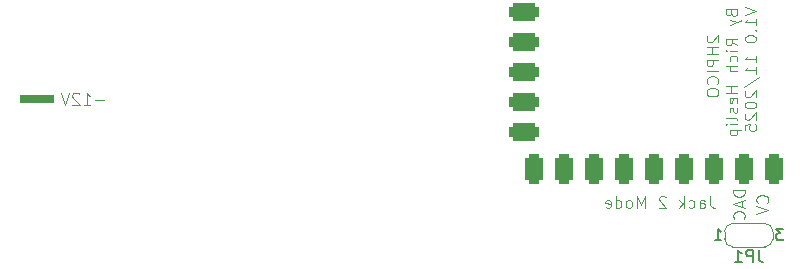
<source format=gbo>
%TF.GenerationSoftware,KiCad,Pcbnew,9.0.6*%
%TF.CreationDate,2025-12-01T20:52:41-05:00*%
%TF.ProjectId,Pico 2HP,5069636f-2032-4485-902e-6b696361645f,rev?*%
%TF.SameCoordinates,Original*%
%TF.FileFunction,Legend,Bot*%
%TF.FilePolarity,Positive*%
%FSLAX46Y46*%
G04 Gerber Fmt 4.6, Leading zero omitted, Abs format (unit mm)*
G04 Created by KiCad (PCBNEW 9.0.6) date 2025-12-01 20:52:41*
%MOMM*%
%LPD*%
G01*
G04 APERTURE LIST*
G04 Aperture macros list*
%AMRoundRect*
0 Rectangle with rounded corners*
0 $1 Rounding radius*
0 $2 $3 $4 $5 $6 $7 $8 $9 X,Y pos of 4 corners*
0 Add a 4 corners polygon primitive as box body*
4,1,4,$2,$3,$4,$5,$6,$7,$8,$9,$2,$3,0*
0 Add four circle primitives for the rounded corners*
1,1,$1+$1,$2,$3*
1,1,$1+$1,$4,$5*
1,1,$1+$1,$6,$7*
1,1,$1+$1,$8,$9*
0 Add four rect primitives between the rounded corners*
20,1,$1+$1,$2,$3,$4,$5,0*
20,1,$1+$1,$4,$5,$6,$7,0*
20,1,$1+$1,$6,$7,$8,$9,0*
20,1,$1+$1,$8,$9,$2,$3,0*%
%AMFreePoly0*
4,1,23,0.550000,-0.750000,0.000000,-0.750000,0.000000,-0.745722,-0.065263,-0.745722,-0.191342,-0.711940,-0.304381,-0.646677,-0.396677,-0.554381,-0.461940,-0.441342,-0.495722,-0.315263,-0.495722,-0.250000,-0.500000,-0.250000,-0.500000,0.250000,-0.495722,0.250000,-0.495722,0.315263,-0.461940,0.441342,-0.396677,0.554381,-0.304381,0.646677,-0.191342,0.711940,-0.065263,0.745722,0.000000,0.745722,
0.000000,0.750000,0.550000,0.750000,0.550000,-0.750000,0.550000,-0.750000,$1*%
%AMFreePoly1*
4,1,23,0.000000,0.745722,0.065263,0.745722,0.191342,0.711940,0.304381,0.646677,0.396677,0.554381,0.461940,0.441342,0.495722,0.315263,0.495722,0.250000,0.500000,0.250000,0.500000,-0.250000,0.495722,-0.250000,0.495722,-0.315263,0.461940,-0.441342,0.396677,-0.554381,0.304381,-0.646677,0.191342,-0.711940,0.065263,-0.745722,0.000000,-0.745722,0.000000,-0.750000,-0.550000,-0.750000,
-0.550000,0.750000,0.000000,0.750000,0.000000,0.745722,0.000000,0.745722,$1*%
G04 Aperture macros list end*
%ADD10C,0.100000*%
%ADD11C,0.150000*%
%ADD12C,0.120000*%
%ADD13R,1.700000X1.700000*%
%ADD14C,1.700000*%
%ADD15RoundRect,0.400000X-0.400000X0.900000X-0.400000X-0.900000X0.400000X-0.900000X0.400000X0.900000X0*%
%ADD16RoundRect,0.400050X-0.400050X0.899950X-0.400050X-0.899950X0.400050X-0.899950X0.400050X0.899950X0*%
%ADD17RoundRect,0.400000X-0.900000X0.400000X-0.900000X-0.400000X0.900000X-0.400000X0.900000X0.400000X0*%
%ADD18RoundRect,0.393700X-0.906300X0.393700X-0.906300X-0.393700X0.906300X-0.393700X0.906300X0.393700X0*%
%ADD19FreePoly0,0.000000*%
%ADD20R,1.000000X1.500000*%
%ADD21FreePoly1,0.000000*%
G04 APERTURE END LIST*
D10*
X79500000Y-64325000D02*
X82325000Y-64325000D01*
X82325000Y-64925000D01*
X79500000Y-64925000D01*
X79500000Y-64325000D01*
G36*
X79500000Y-64325000D02*
G01*
X82325000Y-64325000D01*
X82325000Y-64925000D01*
X79500000Y-64925000D01*
X79500000Y-64325000D01*
G37*
X142777180Y-73425312D02*
X142824800Y-73377693D01*
X142824800Y-73377693D02*
X142872419Y-73234836D01*
X142872419Y-73234836D02*
X142872419Y-73139598D01*
X142872419Y-73139598D02*
X142824800Y-72996741D01*
X142824800Y-72996741D02*
X142729561Y-72901503D01*
X142729561Y-72901503D02*
X142634323Y-72853884D01*
X142634323Y-72853884D02*
X142443847Y-72806265D01*
X142443847Y-72806265D02*
X142300990Y-72806265D01*
X142300990Y-72806265D02*
X142110514Y-72853884D01*
X142110514Y-72853884D02*
X142015276Y-72901503D01*
X142015276Y-72901503D02*
X141920038Y-72996741D01*
X141920038Y-72996741D02*
X141872419Y-73139598D01*
X141872419Y-73139598D02*
X141872419Y-73234836D01*
X141872419Y-73234836D02*
X141920038Y-73377693D01*
X141920038Y-73377693D02*
X141967657Y-73425312D01*
X141872419Y-73711027D02*
X142872419Y-74044360D01*
X142872419Y-74044360D02*
X141872419Y-74377693D01*
X137747769Y-59266980D02*
X137700150Y-59314599D01*
X137700150Y-59314599D02*
X137652531Y-59409837D01*
X137652531Y-59409837D02*
X137652531Y-59647932D01*
X137652531Y-59647932D02*
X137700150Y-59743170D01*
X137700150Y-59743170D02*
X137747769Y-59790789D01*
X137747769Y-59790789D02*
X137843007Y-59838408D01*
X137843007Y-59838408D02*
X137938245Y-59838408D01*
X137938245Y-59838408D02*
X138081102Y-59790789D01*
X138081102Y-59790789D02*
X138652531Y-59219361D01*
X138652531Y-59219361D02*
X138652531Y-59838408D01*
X138652531Y-60266980D02*
X137652531Y-60266980D01*
X138128721Y-60266980D02*
X138128721Y-60838408D01*
X138652531Y-60838408D02*
X137652531Y-60838408D01*
X138652531Y-61314599D02*
X137652531Y-61314599D01*
X137652531Y-61314599D02*
X137652531Y-61695551D01*
X137652531Y-61695551D02*
X137700150Y-61790789D01*
X137700150Y-61790789D02*
X137747769Y-61838408D01*
X137747769Y-61838408D02*
X137843007Y-61886027D01*
X137843007Y-61886027D02*
X137985864Y-61886027D01*
X137985864Y-61886027D02*
X138081102Y-61838408D01*
X138081102Y-61838408D02*
X138128721Y-61790789D01*
X138128721Y-61790789D02*
X138176340Y-61695551D01*
X138176340Y-61695551D02*
X138176340Y-61314599D01*
X138652531Y-62314599D02*
X137652531Y-62314599D01*
X138557292Y-63362217D02*
X138604912Y-63314598D01*
X138604912Y-63314598D02*
X138652531Y-63171741D01*
X138652531Y-63171741D02*
X138652531Y-63076503D01*
X138652531Y-63076503D02*
X138604912Y-62933646D01*
X138604912Y-62933646D02*
X138509673Y-62838408D01*
X138509673Y-62838408D02*
X138414435Y-62790789D01*
X138414435Y-62790789D02*
X138223959Y-62743170D01*
X138223959Y-62743170D02*
X138081102Y-62743170D01*
X138081102Y-62743170D02*
X137890626Y-62790789D01*
X137890626Y-62790789D02*
X137795388Y-62838408D01*
X137795388Y-62838408D02*
X137700150Y-62933646D01*
X137700150Y-62933646D02*
X137652531Y-63076503D01*
X137652531Y-63076503D02*
X137652531Y-63171741D01*
X137652531Y-63171741D02*
X137700150Y-63314598D01*
X137700150Y-63314598D02*
X137747769Y-63362217D01*
X137652531Y-63981265D02*
X137652531Y-64171741D01*
X137652531Y-64171741D02*
X137700150Y-64266979D01*
X137700150Y-64266979D02*
X137795388Y-64362217D01*
X137795388Y-64362217D02*
X137985864Y-64409836D01*
X137985864Y-64409836D02*
X138319197Y-64409836D01*
X138319197Y-64409836D02*
X138509673Y-64362217D01*
X138509673Y-64362217D02*
X138604912Y-64266979D01*
X138604912Y-64266979D02*
X138652531Y-64171741D01*
X138652531Y-64171741D02*
X138652531Y-63981265D01*
X138652531Y-63981265D02*
X138604912Y-63886027D01*
X138604912Y-63886027D02*
X138509673Y-63790789D01*
X138509673Y-63790789D02*
X138319197Y-63743170D01*
X138319197Y-63743170D02*
X137985864Y-63743170D01*
X137985864Y-63743170D02*
X137795388Y-63790789D01*
X137795388Y-63790789D02*
X137700150Y-63886027D01*
X137700150Y-63886027D02*
X137652531Y-63981265D01*
X139738665Y-57362217D02*
X139786284Y-57505074D01*
X139786284Y-57505074D02*
X139833903Y-57552693D01*
X139833903Y-57552693D02*
X139929141Y-57600312D01*
X139929141Y-57600312D02*
X140071998Y-57600312D01*
X140071998Y-57600312D02*
X140167236Y-57552693D01*
X140167236Y-57552693D02*
X140214856Y-57505074D01*
X140214856Y-57505074D02*
X140262475Y-57409836D01*
X140262475Y-57409836D02*
X140262475Y-57028884D01*
X140262475Y-57028884D02*
X139262475Y-57028884D01*
X139262475Y-57028884D02*
X139262475Y-57362217D01*
X139262475Y-57362217D02*
X139310094Y-57457455D01*
X139310094Y-57457455D02*
X139357713Y-57505074D01*
X139357713Y-57505074D02*
X139452951Y-57552693D01*
X139452951Y-57552693D02*
X139548189Y-57552693D01*
X139548189Y-57552693D02*
X139643427Y-57505074D01*
X139643427Y-57505074D02*
X139691046Y-57457455D01*
X139691046Y-57457455D02*
X139738665Y-57362217D01*
X139738665Y-57362217D02*
X139738665Y-57028884D01*
X139595808Y-57933646D02*
X140262475Y-58171741D01*
X139595808Y-58409836D02*
X140262475Y-58171741D01*
X140262475Y-58171741D02*
X140500570Y-58076503D01*
X140500570Y-58076503D02*
X140548189Y-58028884D01*
X140548189Y-58028884D02*
X140595808Y-57933646D01*
X140262475Y-60124122D02*
X139786284Y-59790789D01*
X140262475Y-59552694D02*
X139262475Y-59552694D01*
X139262475Y-59552694D02*
X139262475Y-59933646D01*
X139262475Y-59933646D02*
X139310094Y-60028884D01*
X139310094Y-60028884D02*
X139357713Y-60076503D01*
X139357713Y-60076503D02*
X139452951Y-60124122D01*
X139452951Y-60124122D02*
X139595808Y-60124122D01*
X139595808Y-60124122D02*
X139691046Y-60076503D01*
X139691046Y-60076503D02*
X139738665Y-60028884D01*
X139738665Y-60028884D02*
X139786284Y-59933646D01*
X139786284Y-59933646D02*
X139786284Y-59552694D01*
X140262475Y-60552694D02*
X139595808Y-60552694D01*
X139262475Y-60552694D02*
X139310094Y-60505075D01*
X139310094Y-60505075D02*
X139357713Y-60552694D01*
X139357713Y-60552694D02*
X139310094Y-60600313D01*
X139310094Y-60600313D02*
X139262475Y-60552694D01*
X139262475Y-60552694D02*
X139357713Y-60552694D01*
X140214856Y-61457455D02*
X140262475Y-61362217D01*
X140262475Y-61362217D02*
X140262475Y-61171741D01*
X140262475Y-61171741D02*
X140214856Y-61076503D01*
X140214856Y-61076503D02*
X140167236Y-61028884D01*
X140167236Y-61028884D02*
X140071998Y-60981265D01*
X140071998Y-60981265D02*
X139786284Y-60981265D01*
X139786284Y-60981265D02*
X139691046Y-61028884D01*
X139691046Y-61028884D02*
X139643427Y-61076503D01*
X139643427Y-61076503D02*
X139595808Y-61171741D01*
X139595808Y-61171741D02*
X139595808Y-61362217D01*
X139595808Y-61362217D02*
X139643427Y-61457455D01*
X140262475Y-61886027D02*
X139262475Y-61886027D01*
X140262475Y-62314598D02*
X139738665Y-62314598D01*
X139738665Y-62314598D02*
X139643427Y-62266979D01*
X139643427Y-62266979D02*
X139595808Y-62171741D01*
X139595808Y-62171741D02*
X139595808Y-62028884D01*
X139595808Y-62028884D02*
X139643427Y-61933646D01*
X139643427Y-61933646D02*
X139691046Y-61886027D01*
X140262475Y-63552694D02*
X139262475Y-63552694D01*
X139738665Y-63552694D02*
X139738665Y-64124122D01*
X140262475Y-64124122D02*
X139262475Y-64124122D01*
X140214856Y-64981265D02*
X140262475Y-64886027D01*
X140262475Y-64886027D02*
X140262475Y-64695551D01*
X140262475Y-64695551D02*
X140214856Y-64600313D01*
X140214856Y-64600313D02*
X140119617Y-64552694D01*
X140119617Y-64552694D02*
X139738665Y-64552694D01*
X139738665Y-64552694D02*
X139643427Y-64600313D01*
X139643427Y-64600313D02*
X139595808Y-64695551D01*
X139595808Y-64695551D02*
X139595808Y-64886027D01*
X139595808Y-64886027D02*
X139643427Y-64981265D01*
X139643427Y-64981265D02*
X139738665Y-65028884D01*
X139738665Y-65028884D02*
X139833903Y-65028884D01*
X139833903Y-65028884D02*
X139929141Y-64552694D01*
X140214856Y-65409837D02*
X140262475Y-65505075D01*
X140262475Y-65505075D02*
X140262475Y-65695551D01*
X140262475Y-65695551D02*
X140214856Y-65790789D01*
X140214856Y-65790789D02*
X140119617Y-65838408D01*
X140119617Y-65838408D02*
X140071998Y-65838408D01*
X140071998Y-65838408D02*
X139976760Y-65790789D01*
X139976760Y-65790789D02*
X139929141Y-65695551D01*
X139929141Y-65695551D02*
X139929141Y-65552694D01*
X139929141Y-65552694D02*
X139881522Y-65457456D01*
X139881522Y-65457456D02*
X139786284Y-65409837D01*
X139786284Y-65409837D02*
X139738665Y-65409837D01*
X139738665Y-65409837D02*
X139643427Y-65457456D01*
X139643427Y-65457456D02*
X139595808Y-65552694D01*
X139595808Y-65552694D02*
X139595808Y-65695551D01*
X139595808Y-65695551D02*
X139643427Y-65790789D01*
X140262475Y-66409837D02*
X140214856Y-66314599D01*
X140214856Y-66314599D02*
X140119617Y-66266980D01*
X140119617Y-66266980D02*
X139262475Y-66266980D01*
X140262475Y-66790790D02*
X139595808Y-66790790D01*
X139262475Y-66790790D02*
X139310094Y-66743171D01*
X139310094Y-66743171D02*
X139357713Y-66790790D01*
X139357713Y-66790790D02*
X139310094Y-66838409D01*
X139310094Y-66838409D02*
X139262475Y-66790790D01*
X139262475Y-66790790D02*
X139357713Y-66790790D01*
X139595808Y-67266980D02*
X140595808Y-67266980D01*
X139643427Y-67266980D02*
X139595808Y-67362218D01*
X139595808Y-67362218D02*
X139595808Y-67552694D01*
X139595808Y-67552694D02*
X139643427Y-67647932D01*
X139643427Y-67647932D02*
X139691046Y-67695551D01*
X139691046Y-67695551D02*
X139786284Y-67743170D01*
X139786284Y-67743170D02*
X140071998Y-67743170D01*
X140071998Y-67743170D02*
X140167236Y-67695551D01*
X140167236Y-67695551D02*
X140214856Y-67647932D01*
X140214856Y-67647932D02*
X140262475Y-67552694D01*
X140262475Y-67552694D02*
X140262475Y-67362218D01*
X140262475Y-67362218D02*
X140214856Y-67266980D01*
X140872419Y-56886027D02*
X141872419Y-57219360D01*
X141872419Y-57219360D02*
X140872419Y-57552693D01*
X141872419Y-58409836D02*
X141872419Y-57838408D01*
X141872419Y-58124122D02*
X140872419Y-58124122D01*
X140872419Y-58124122D02*
X141015276Y-58028884D01*
X141015276Y-58028884D02*
X141110514Y-57933646D01*
X141110514Y-57933646D02*
X141158133Y-57838408D01*
X141777180Y-58838408D02*
X141824800Y-58886027D01*
X141824800Y-58886027D02*
X141872419Y-58838408D01*
X141872419Y-58838408D02*
X141824800Y-58790789D01*
X141824800Y-58790789D02*
X141777180Y-58838408D01*
X141777180Y-58838408D02*
X141872419Y-58838408D01*
X140872419Y-59505074D02*
X140872419Y-59600312D01*
X140872419Y-59600312D02*
X140920038Y-59695550D01*
X140920038Y-59695550D02*
X140967657Y-59743169D01*
X140967657Y-59743169D02*
X141062895Y-59790788D01*
X141062895Y-59790788D02*
X141253371Y-59838407D01*
X141253371Y-59838407D02*
X141491466Y-59838407D01*
X141491466Y-59838407D02*
X141681942Y-59790788D01*
X141681942Y-59790788D02*
X141777180Y-59743169D01*
X141777180Y-59743169D02*
X141824800Y-59695550D01*
X141824800Y-59695550D02*
X141872419Y-59600312D01*
X141872419Y-59600312D02*
X141872419Y-59505074D01*
X141872419Y-59505074D02*
X141824800Y-59409836D01*
X141824800Y-59409836D02*
X141777180Y-59362217D01*
X141777180Y-59362217D02*
X141681942Y-59314598D01*
X141681942Y-59314598D02*
X141491466Y-59266979D01*
X141491466Y-59266979D02*
X141253371Y-59266979D01*
X141253371Y-59266979D02*
X141062895Y-59314598D01*
X141062895Y-59314598D02*
X140967657Y-59362217D01*
X140967657Y-59362217D02*
X140920038Y-59409836D01*
X140920038Y-59409836D02*
X140872419Y-59505074D01*
X141872419Y-61552693D02*
X141872419Y-60981265D01*
X141872419Y-61266979D02*
X140872419Y-61266979D01*
X140872419Y-61266979D02*
X141015276Y-61171741D01*
X141015276Y-61171741D02*
X141110514Y-61076503D01*
X141110514Y-61076503D02*
X141158133Y-60981265D01*
X141872419Y-62505074D02*
X141872419Y-61933646D01*
X141872419Y-62219360D02*
X140872419Y-62219360D01*
X140872419Y-62219360D02*
X141015276Y-62124122D01*
X141015276Y-62124122D02*
X141110514Y-62028884D01*
X141110514Y-62028884D02*
X141158133Y-61933646D01*
X140824800Y-63647931D02*
X142110514Y-62790789D01*
X140967657Y-63933646D02*
X140920038Y-63981265D01*
X140920038Y-63981265D02*
X140872419Y-64076503D01*
X140872419Y-64076503D02*
X140872419Y-64314598D01*
X140872419Y-64314598D02*
X140920038Y-64409836D01*
X140920038Y-64409836D02*
X140967657Y-64457455D01*
X140967657Y-64457455D02*
X141062895Y-64505074D01*
X141062895Y-64505074D02*
X141158133Y-64505074D01*
X141158133Y-64505074D02*
X141300990Y-64457455D01*
X141300990Y-64457455D02*
X141872419Y-63886027D01*
X141872419Y-63886027D02*
X141872419Y-64505074D01*
X140872419Y-65124122D02*
X140872419Y-65219360D01*
X140872419Y-65219360D02*
X140920038Y-65314598D01*
X140920038Y-65314598D02*
X140967657Y-65362217D01*
X140967657Y-65362217D02*
X141062895Y-65409836D01*
X141062895Y-65409836D02*
X141253371Y-65457455D01*
X141253371Y-65457455D02*
X141491466Y-65457455D01*
X141491466Y-65457455D02*
X141681942Y-65409836D01*
X141681942Y-65409836D02*
X141777180Y-65362217D01*
X141777180Y-65362217D02*
X141824800Y-65314598D01*
X141824800Y-65314598D02*
X141872419Y-65219360D01*
X141872419Y-65219360D02*
X141872419Y-65124122D01*
X141872419Y-65124122D02*
X141824800Y-65028884D01*
X141824800Y-65028884D02*
X141777180Y-64981265D01*
X141777180Y-64981265D02*
X141681942Y-64933646D01*
X141681942Y-64933646D02*
X141491466Y-64886027D01*
X141491466Y-64886027D02*
X141253371Y-64886027D01*
X141253371Y-64886027D02*
X141062895Y-64933646D01*
X141062895Y-64933646D02*
X140967657Y-64981265D01*
X140967657Y-64981265D02*
X140920038Y-65028884D01*
X140920038Y-65028884D02*
X140872419Y-65124122D01*
X140967657Y-65838408D02*
X140920038Y-65886027D01*
X140920038Y-65886027D02*
X140872419Y-65981265D01*
X140872419Y-65981265D02*
X140872419Y-66219360D01*
X140872419Y-66219360D02*
X140920038Y-66314598D01*
X140920038Y-66314598D02*
X140967657Y-66362217D01*
X140967657Y-66362217D02*
X141062895Y-66409836D01*
X141062895Y-66409836D02*
X141158133Y-66409836D01*
X141158133Y-66409836D02*
X141300990Y-66362217D01*
X141300990Y-66362217D02*
X141872419Y-65790789D01*
X141872419Y-65790789D02*
X141872419Y-66409836D01*
X140872419Y-67314598D02*
X140872419Y-66838408D01*
X140872419Y-66838408D02*
X141348609Y-66790789D01*
X141348609Y-66790789D02*
X141300990Y-66838408D01*
X141300990Y-66838408D02*
X141253371Y-66933646D01*
X141253371Y-66933646D02*
X141253371Y-67171741D01*
X141253371Y-67171741D02*
X141300990Y-67266979D01*
X141300990Y-67266979D02*
X141348609Y-67314598D01*
X141348609Y-67314598D02*
X141443847Y-67362217D01*
X141443847Y-67362217D02*
X141681942Y-67362217D01*
X141681942Y-67362217D02*
X141777180Y-67314598D01*
X141777180Y-67314598D02*
X141824800Y-67266979D01*
X141824800Y-67266979D02*
X141872419Y-67171741D01*
X141872419Y-67171741D02*
X141872419Y-66933646D01*
X141872419Y-66933646D02*
X141824800Y-66838408D01*
X141824800Y-66838408D02*
X141777180Y-66790789D01*
X137960401Y-72872419D02*
X137960401Y-73586704D01*
X137960401Y-73586704D02*
X138008020Y-73729561D01*
X138008020Y-73729561D02*
X138103258Y-73824800D01*
X138103258Y-73824800D02*
X138246115Y-73872419D01*
X138246115Y-73872419D02*
X138341353Y-73872419D01*
X137055639Y-73872419D02*
X137055639Y-73348609D01*
X137055639Y-73348609D02*
X137103258Y-73253371D01*
X137103258Y-73253371D02*
X137198496Y-73205752D01*
X137198496Y-73205752D02*
X137388972Y-73205752D01*
X137388972Y-73205752D02*
X137484210Y-73253371D01*
X137055639Y-73824800D02*
X137150877Y-73872419D01*
X137150877Y-73872419D02*
X137388972Y-73872419D01*
X137388972Y-73872419D02*
X137484210Y-73824800D01*
X137484210Y-73824800D02*
X137531829Y-73729561D01*
X137531829Y-73729561D02*
X137531829Y-73634323D01*
X137531829Y-73634323D02*
X137484210Y-73539085D01*
X137484210Y-73539085D02*
X137388972Y-73491466D01*
X137388972Y-73491466D02*
X137150877Y-73491466D01*
X137150877Y-73491466D02*
X137055639Y-73443847D01*
X136150877Y-73824800D02*
X136246115Y-73872419D01*
X136246115Y-73872419D02*
X136436591Y-73872419D01*
X136436591Y-73872419D02*
X136531829Y-73824800D01*
X136531829Y-73824800D02*
X136579448Y-73777180D01*
X136579448Y-73777180D02*
X136627067Y-73681942D01*
X136627067Y-73681942D02*
X136627067Y-73396228D01*
X136627067Y-73396228D02*
X136579448Y-73300990D01*
X136579448Y-73300990D02*
X136531829Y-73253371D01*
X136531829Y-73253371D02*
X136436591Y-73205752D01*
X136436591Y-73205752D02*
X136246115Y-73205752D01*
X136246115Y-73205752D02*
X136150877Y-73253371D01*
X135722305Y-73872419D02*
X135722305Y-72872419D01*
X135627067Y-73491466D02*
X135341353Y-73872419D01*
X135341353Y-73205752D02*
X135722305Y-73586704D01*
X134198495Y-72967657D02*
X134150876Y-72920038D01*
X134150876Y-72920038D02*
X134055638Y-72872419D01*
X134055638Y-72872419D02*
X133817543Y-72872419D01*
X133817543Y-72872419D02*
X133722305Y-72920038D01*
X133722305Y-72920038D02*
X133674686Y-72967657D01*
X133674686Y-72967657D02*
X133627067Y-73062895D01*
X133627067Y-73062895D02*
X133627067Y-73158133D01*
X133627067Y-73158133D02*
X133674686Y-73300990D01*
X133674686Y-73300990D02*
X134246114Y-73872419D01*
X134246114Y-73872419D02*
X133627067Y-73872419D01*
X132436590Y-73872419D02*
X132436590Y-72872419D01*
X132436590Y-72872419D02*
X132103257Y-73586704D01*
X132103257Y-73586704D02*
X131769924Y-72872419D01*
X131769924Y-72872419D02*
X131769924Y-73872419D01*
X131150876Y-73872419D02*
X131246114Y-73824800D01*
X131246114Y-73824800D02*
X131293733Y-73777180D01*
X131293733Y-73777180D02*
X131341352Y-73681942D01*
X131341352Y-73681942D02*
X131341352Y-73396228D01*
X131341352Y-73396228D02*
X131293733Y-73300990D01*
X131293733Y-73300990D02*
X131246114Y-73253371D01*
X131246114Y-73253371D02*
X131150876Y-73205752D01*
X131150876Y-73205752D02*
X131008019Y-73205752D01*
X131008019Y-73205752D02*
X130912781Y-73253371D01*
X130912781Y-73253371D02*
X130865162Y-73300990D01*
X130865162Y-73300990D02*
X130817543Y-73396228D01*
X130817543Y-73396228D02*
X130817543Y-73681942D01*
X130817543Y-73681942D02*
X130865162Y-73777180D01*
X130865162Y-73777180D02*
X130912781Y-73824800D01*
X130912781Y-73824800D02*
X131008019Y-73872419D01*
X131008019Y-73872419D02*
X131150876Y-73872419D01*
X129960400Y-73872419D02*
X129960400Y-72872419D01*
X129960400Y-73824800D02*
X130055638Y-73872419D01*
X130055638Y-73872419D02*
X130246114Y-73872419D01*
X130246114Y-73872419D02*
X130341352Y-73824800D01*
X130341352Y-73824800D02*
X130388971Y-73777180D01*
X130388971Y-73777180D02*
X130436590Y-73681942D01*
X130436590Y-73681942D02*
X130436590Y-73396228D01*
X130436590Y-73396228D02*
X130388971Y-73300990D01*
X130388971Y-73300990D02*
X130341352Y-73253371D01*
X130341352Y-73253371D02*
X130246114Y-73205752D01*
X130246114Y-73205752D02*
X130055638Y-73205752D01*
X130055638Y-73205752D02*
X129960400Y-73253371D01*
X129103257Y-73824800D02*
X129198495Y-73872419D01*
X129198495Y-73872419D02*
X129388971Y-73872419D01*
X129388971Y-73872419D02*
X129484209Y-73824800D01*
X129484209Y-73824800D02*
X129531828Y-73729561D01*
X129531828Y-73729561D02*
X129531828Y-73348609D01*
X129531828Y-73348609D02*
X129484209Y-73253371D01*
X129484209Y-73253371D02*
X129388971Y-73205752D01*
X129388971Y-73205752D02*
X129198495Y-73205752D01*
X129198495Y-73205752D02*
X129103257Y-73253371D01*
X129103257Y-73253371D02*
X129055638Y-73348609D01*
X129055638Y-73348609D02*
X129055638Y-73443847D01*
X129055638Y-73443847D02*
X129531828Y-73539085D01*
X140897419Y-72353884D02*
X139897419Y-72353884D01*
X139897419Y-72353884D02*
X139897419Y-72591979D01*
X139897419Y-72591979D02*
X139945038Y-72734836D01*
X139945038Y-72734836D02*
X140040276Y-72830074D01*
X140040276Y-72830074D02*
X140135514Y-72877693D01*
X140135514Y-72877693D02*
X140325990Y-72925312D01*
X140325990Y-72925312D02*
X140468847Y-72925312D01*
X140468847Y-72925312D02*
X140659323Y-72877693D01*
X140659323Y-72877693D02*
X140754561Y-72830074D01*
X140754561Y-72830074D02*
X140849800Y-72734836D01*
X140849800Y-72734836D02*
X140897419Y-72591979D01*
X140897419Y-72591979D02*
X140897419Y-72353884D01*
X140611704Y-73306265D02*
X140611704Y-73782455D01*
X140897419Y-73211027D02*
X139897419Y-73544360D01*
X139897419Y-73544360D02*
X140897419Y-73877693D01*
X140802180Y-74782455D02*
X140849800Y-74734836D01*
X140849800Y-74734836D02*
X140897419Y-74591979D01*
X140897419Y-74591979D02*
X140897419Y-74496741D01*
X140897419Y-74496741D02*
X140849800Y-74353884D01*
X140849800Y-74353884D02*
X140754561Y-74258646D01*
X140754561Y-74258646D02*
X140659323Y-74211027D01*
X140659323Y-74211027D02*
X140468847Y-74163408D01*
X140468847Y-74163408D02*
X140325990Y-74163408D01*
X140325990Y-74163408D02*
X140135514Y-74211027D01*
X140135514Y-74211027D02*
X140040276Y-74258646D01*
X140040276Y-74258646D02*
X139945038Y-74353884D01*
X139945038Y-74353884D02*
X139897419Y-74496741D01*
X139897419Y-74496741D02*
X139897419Y-74591979D01*
X139897419Y-74591979D02*
X139945038Y-74734836D01*
X139945038Y-74734836D02*
X139992657Y-74782455D01*
X86671115Y-64741466D02*
X85909211Y-64741466D01*
X84909211Y-65122419D02*
X85480639Y-65122419D01*
X85194925Y-65122419D02*
X85194925Y-64122419D01*
X85194925Y-64122419D02*
X85290163Y-64265276D01*
X85290163Y-64265276D02*
X85385401Y-64360514D01*
X85385401Y-64360514D02*
X85480639Y-64408133D01*
X84528258Y-64217657D02*
X84480639Y-64170038D01*
X84480639Y-64170038D02*
X84385401Y-64122419D01*
X84385401Y-64122419D02*
X84147306Y-64122419D01*
X84147306Y-64122419D02*
X84052068Y-64170038D01*
X84052068Y-64170038D02*
X84004449Y-64217657D01*
X84004449Y-64217657D02*
X83956830Y-64312895D01*
X83956830Y-64312895D02*
X83956830Y-64408133D01*
X83956830Y-64408133D02*
X84004449Y-64550990D01*
X84004449Y-64550990D02*
X84575877Y-65122419D01*
X84575877Y-65122419D02*
X83956830Y-65122419D01*
X83671115Y-64122419D02*
X83337782Y-65122419D01*
X83337782Y-65122419D02*
X83004449Y-64122419D01*
D11*
X142058333Y-77429819D02*
X142058333Y-78144104D01*
X142058333Y-78144104D02*
X142105952Y-78286961D01*
X142105952Y-78286961D02*
X142201190Y-78382200D01*
X142201190Y-78382200D02*
X142344047Y-78429819D01*
X142344047Y-78429819D02*
X142439285Y-78429819D01*
X141582142Y-78429819D02*
X141582142Y-77429819D01*
X141582142Y-77429819D02*
X141201190Y-77429819D01*
X141201190Y-77429819D02*
X141105952Y-77477438D01*
X141105952Y-77477438D02*
X141058333Y-77525057D01*
X141058333Y-77525057D02*
X141010714Y-77620295D01*
X141010714Y-77620295D02*
X141010714Y-77763152D01*
X141010714Y-77763152D02*
X141058333Y-77858390D01*
X141058333Y-77858390D02*
X141105952Y-77906009D01*
X141105952Y-77906009D02*
X141201190Y-77953628D01*
X141201190Y-77953628D02*
X141582142Y-77953628D01*
X140058333Y-78429819D02*
X140629761Y-78429819D01*
X140344047Y-78429819D02*
X140344047Y-77429819D01*
X140344047Y-77429819D02*
X140439285Y-77572676D01*
X140439285Y-77572676D02*
X140534523Y-77667914D01*
X140534523Y-77667914D02*
X140629761Y-77715533D01*
X144158332Y-75629819D02*
X143539285Y-75629819D01*
X143539285Y-75629819D02*
X143872618Y-76010771D01*
X143872618Y-76010771D02*
X143729761Y-76010771D01*
X143729761Y-76010771D02*
X143634523Y-76058390D01*
X143634523Y-76058390D02*
X143586904Y-76106009D01*
X143586904Y-76106009D02*
X143539285Y-76201247D01*
X143539285Y-76201247D02*
X143539285Y-76439342D01*
X143539285Y-76439342D02*
X143586904Y-76534580D01*
X143586904Y-76534580D02*
X143634523Y-76582200D01*
X143634523Y-76582200D02*
X143729761Y-76629819D01*
X143729761Y-76629819D02*
X144015475Y-76629819D01*
X144015475Y-76629819D02*
X144110713Y-76582200D01*
X144110713Y-76582200D02*
X144158332Y-76534580D01*
X138339285Y-76629819D02*
X138910713Y-76629819D01*
X138624999Y-76629819D02*
X138624999Y-75629819D01*
X138624999Y-75629819D02*
X138720237Y-75772676D01*
X138720237Y-75772676D02*
X138815475Y-75867914D01*
X138815475Y-75867914D02*
X138910713Y-75915533D01*
D12*
%TO.C,JP1*%
X139175000Y-75875000D02*
X139175000Y-76475000D01*
X139825000Y-77175000D02*
X142625000Y-77175000D01*
X142625000Y-75175000D02*
X139825000Y-75175000D01*
X143275000Y-76475000D02*
X143275000Y-75875000D01*
X139175000Y-75875000D02*
G75*
G02*
X139875000Y-75175000I699999J1D01*
G01*
X139875000Y-77175000D02*
G75*
G02*
X139175000Y-76475000I-1J699999D01*
G01*
X142575000Y-75175000D02*
G75*
G02*
X143275000Y-75875000I0J-700000D01*
G01*
X143275000Y-76475000D02*
G75*
G02*
X142575000Y-77175000I-700000J0D01*
G01*
%TD*%
%LPC*%
%TO.C,JP1*%
G36*
X140475000Y-76925000D02*
G01*
X141975000Y-76925000D01*
X141975000Y-75425000D01*
X140475000Y-75425000D01*
X140475000Y-76925000D01*
G37*
%TD*%
D13*
%TO.C,J2*%
X99750000Y-78475000D03*
D14*
X102290000Y-78475000D03*
X104830000Y-78475000D03*
X107370000Y-78475000D03*
%TD*%
D13*
%TO.C,J4*%
X77875000Y-54400000D03*
D14*
X77875000Y-56940000D03*
X77875000Y-59480000D03*
X77875000Y-62020000D03*
X77875000Y-64560000D03*
%TD*%
D13*
%TO.C,J1*%
X85425000Y-78475000D03*
D14*
X87965000Y-78475000D03*
X90505000Y-78475000D03*
X93045000Y-78475000D03*
%TD*%
D15*
%TO.C,RZ1*%
X143335000Y-70590000D03*
X140795000Y-70590000D03*
X138255000Y-70590000D03*
X135715000Y-70590000D03*
X133175000Y-70590000D03*
D16*
X130635000Y-70590000D03*
X128095000Y-70590000D03*
X125555000Y-70590000D03*
X123015000Y-70590000D03*
D17*
X122205000Y-67450000D03*
D18*
X122205000Y-64910000D03*
X122205000Y-62370000D03*
X122205000Y-59830000D03*
X122205000Y-57290000D03*
D16*
X123015000Y-54150000D03*
X125555000Y-54150000D03*
X128095000Y-54150000D03*
X130635000Y-54150000D03*
X133175000Y-54150000D03*
X135715000Y-54150000D03*
X138255000Y-54150000D03*
X140795000Y-54150000D03*
X143335000Y-54110000D03*
%TD*%
D13*
%TO.C,J3*%
X127700000Y-78475000D03*
D14*
X130240000Y-78475000D03*
X132780000Y-78475000D03*
X135320000Y-78475000D03*
%TD*%
D19*
%TO.C,JP1*%
X139925000Y-76175000D03*
D20*
X141225000Y-76175000D03*
D21*
X142525000Y-76175000D03*
%TD*%
%LPD*%
M02*

</source>
